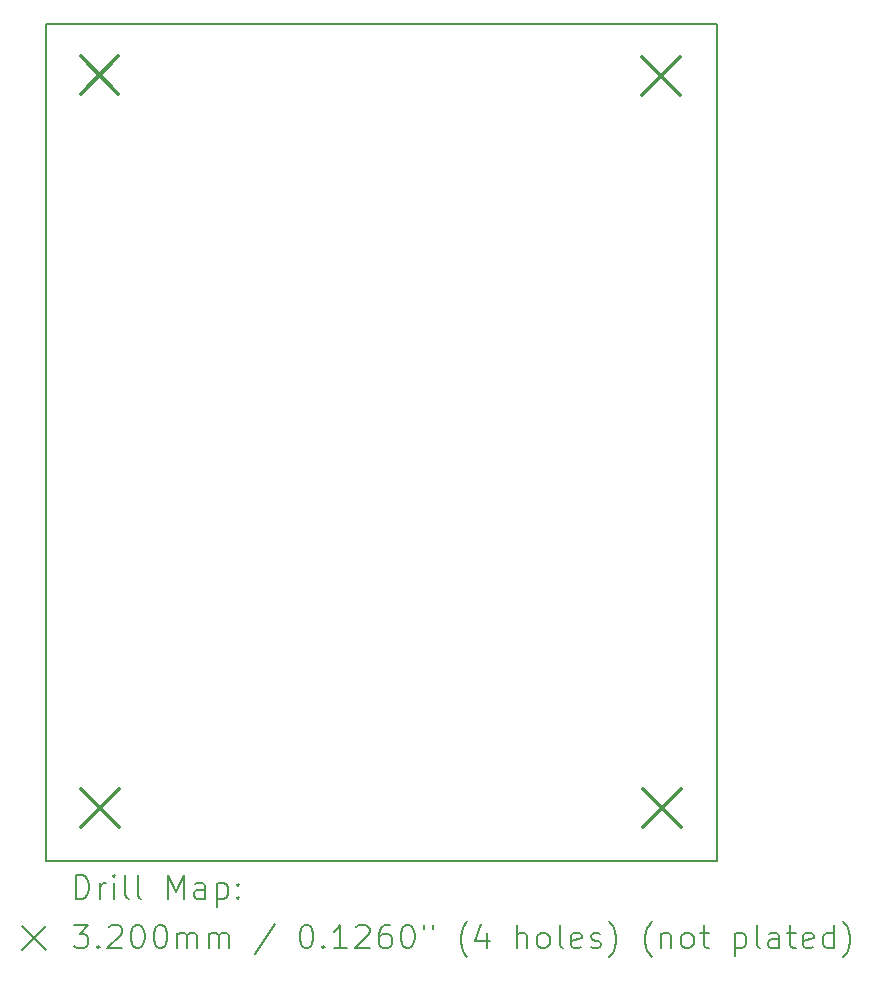
<source format=gbr>
%FSLAX45Y45*%
G04 Gerber Fmt 4.5, Leading zero omitted, Abs format (unit mm)*
G04 Created by KiCad (PCBNEW 6.0.5-a6ca702e91~116~ubuntu20.04.1) date 2022-05-18 21:19:01*
%MOMM*%
%LPD*%
G01*
G04 APERTURE LIST*
%TA.AperFunction,Profile*%
%ADD10C,0.150000*%
%TD*%
%ADD11C,0.200000*%
%ADD12C,0.320000*%
G04 APERTURE END LIST*
D10*
X9320000Y-14041000D02*
X9320000Y-6950000D01*
X15000000Y-14041000D02*
X9320000Y-14041000D01*
X9320000Y-6950000D02*
X15000000Y-6950000D01*
X15000000Y-6950000D02*
X15000000Y-14041000D01*
D11*
D12*
X9609000Y-7227000D02*
X9929000Y-7547000D01*
X9929000Y-7227000D02*
X9609000Y-7547000D01*
X9610000Y-13430000D02*
X9930000Y-13750000D01*
X9930000Y-13430000D02*
X9610000Y-13750000D01*
X14360000Y-7230000D02*
X14680000Y-7550000D01*
X14680000Y-7230000D02*
X14360000Y-7550000D01*
X14370000Y-13433000D02*
X14690000Y-13753000D01*
X14690000Y-13433000D02*
X14370000Y-13753000D01*
D11*
X9570119Y-14358976D02*
X9570119Y-14158976D01*
X9617738Y-14158976D01*
X9646310Y-14168500D01*
X9665357Y-14187548D01*
X9674881Y-14206595D01*
X9684405Y-14244690D01*
X9684405Y-14273262D01*
X9674881Y-14311357D01*
X9665357Y-14330405D01*
X9646310Y-14349452D01*
X9617738Y-14358976D01*
X9570119Y-14358976D01*
X9770119Y-14358976D02*
X9770119Y-14225643D01*
X9770119Y-14263738D02*
X9779643Y-14244690D01*
X9789167Y-14235167D01*
X9808214Y-14225643D01*
X9827262Y-14225643D01*
X9893929Y-14358976D02*
X9893929Y-14225643D01*
X9893929Y-14158976D02*
X9884405Y-14168500D01*
X9893929Y-14178024D01*
X9903452Y-14168500D01*
X9893929Y-14158976D01*
X9893929Y-14178024D01*
X10017738Y-14358976D02*
X9998690Y-14349452D01*
X9989167Y-14330405D01*
X9989167Y-14158976D01*
X10122500Y-14358976D02*
X10103452Y-14349452D01*
X10093929Y-14330405D01*
X10093929Y-14158976D01*
X10351071Y-14358976D02*
X10351071Y-14158976D01*
X10417738Y-14301833D01*
X10484405Y-14158976D01*
X10484405Y-14358976D01*
X10665357Y-14358976D02*
X10665357Y-14254214D01*
X10655833Y-14235167D01*
X10636786Y-14225643D01*
X10598690Y-14225643D01*
X10579643Y-14235167D01*
X10665357Y-14349452D02*
X10646310Y-14358976D01*
X10598690Y-14358976D01*
X10579643Y-14349452D01*
X10570119Y-14330405D01*
X10570119Y-14311357D01*
X10579643Y-14292309D01*
X10598690Y-14282786D01*
X10646310Y-14282786D01*
X10665357Y-14273262D01*
X10760595Y-14225643D02*
X10760595Y-14425643D01*
X10760595Y-14235167D02*
X10779643Y-14225643D01*
X10817738Y-14225643D01*
X10836786Y-14235167D01*
X10846310Y-14244690D01*
X10855833Y-14263738D01*
X10855833Y-14320881D01*
X10846310Y-14339928D01*
X10836786Y-14349452D01*
X10817738Y-14358976D01*
X10779643Y-14358976D01*
X10760595Y-14349452D01*
X10941548Y-14339928D02*
X10951071Y-14349452D01*
X10941548Y-14358976D01*
X10932024Y-14349452D01*
X10941548Y-14339928D01*
X10941548Y-14358976D01*
X10941548Y-14235167D02*
X10951071Y-14244690D01*
X10941548Y-14254214D01*
X10932024Y-14244690D01*
X10941548Y-14235167D01*
X10941548Y-14254214D01*
X9112500Y-14588500D02*
X9312500Y-14788500D01*
X9312500Y-14588500D02*
X9112500Y-14788500D01*
X9551071Y-14578976D02*
X9674881Y-14578976D01*
X9608214Y-14655167D01*
X9636786Y-14655167D01*
X9655833Y-14664690D01*
X9665357Y-14674214D01*
X9674881Y-14693262D01*
X9674881Y-14740881D01*
X9665357Y-14759928D01*
X9655833Y-14769452D01*
X9636786Y-14778976D01*
X9579643Y-14778976D01*
X9560595Y-14769452D01*
X9551071Y-14759928D01*
X9760595Y-14759928D02*
X9770119Y-14769452D01*
X9760595Y-14778976D01*
X9751071Y-14769452D01*
X9760595Y-14759928D01*
X9760595Y-14778976D01*
X9846310Y-14598024D02*
X9855833Y-14588500D01*
X9874881Y-14578976D01*
X9922500Y-14578976D01*
X9941548Y-14588500D01*
X9951071Y-14598024D01*
X9960595Y-14617071D01*
X9960595Y-14636119D01*
X9951071Y-14664690D01*
X9836786Y-14778976D01*
X9960595Y-14778976D01*
X10084405Y-14578976D02*
X10103452Y-14578976D01*
X10122500Y-14588500D01*
X10132024Y-14598024D01*
X10141548Y-14617071D01*
X10151071Y-14655167D01*
X10151071Y-14702786D01*
X10141548Y-14740881D01*
X10132024Y-14759928D01*
X10122500Y-14769452D01*
X10103452Y-14778976D01*
X10084405Y-14778976D01*
X10065357Y-14769452D01*
X10055833Y-14759928D01*
X10046310Y-14740881D01*
X10036786Y-14702786D01*
X10036786Y-14655167D01*
X10046310Y-14617071D01*
X10055833Y-14598024D01*
X10065357Y-14588500D01*
X10084405Y-14578976D01*
X10274881Y-14578976D02*
X10293929Y-14578976D01*
X10312976Y-14588500D01*
X10322500Y-14598024D01*
X10332024Y-14617071D01*
X10341548Y-14655167D01*
X10341548Y-14702786D01*
X10332024Y-14740881D01*
X10322500Y-14759928D01*
X10312976Y-14769452D01*
X10293929Y-14778976D01*
X10274881Y-14778976D01*
X10255833Y-14769452D01*
X10246310Y-14759928D01*
X10236786Y-14740881D01*
X10227262Y-14702786D01*
X10227262Y-14655167D01*
X10236786Y-14617071D01*
X10246310Y-14598024D01*
X10255833Y-14588500D01*
X10274881Y-14578976D01*
X10427262Y-14778976D02*
X10427262Y-14645643D01*
X10427262Y-14664690D02*
X10436786Y-14655167D01*
X10455833Y-14645643D01*
X10484405Y-14645643D01*
X10503452Y-14655167D01*
X10512976Y-14674214D01*
X10512976Y-14778976D01*
X10512976Y-14674214D02*
X10522500Y-14655167D01*
X10541548Y-14645643D01*
X10570119Y-14645643D01*
X10589167Y-14655167D01*
X10598690Y-14674214D01*
X10598690Y-14778976D01*
X10693929Y-14778976D02*
X10693929Y-14645643D01*
X10693929Y-14664690D02*
X10703452Y-14655167D01*
X10722500Y-14645643D01*
X10751071Y-14645643D01*
X10770119Y-14655167D01*
X10779643Y-14674214D01*
X10779643Y-14778976D01*
X10779643Y-14674214D02*
X10789167Y-14655167D01*
X10808214Y-14645643D01*
X10836786Y-14645643D01*
X10855833Y-14655167D01*
X10865357Y-14674214D01*
X10865357Y-14778976D01*
X11255833Y-14569452D02*
X11084405Y-14826595D01*
X11512976Y-14578976D02*
X11532024Y-14578976D01*
X11551071Y-14588500D01*
X11560595Y-14598024D01*
X11570119Y-14617071D01*
X11579643Y-14655167D01*
X11579643Y-14702786D01*
X11570119Y-14740881D01*
X11560595Y-14759928D01*
X11551071Y-14769452D01*
X11532024Y-14778976D01*
X11512976Y-14778976D01*
X11493928Y-14769452D01*
X11484405Y-14759928D01*
X11474881Y-14740881D01*
X11465357Y-14702786D01*
X11465357Y-14655167D01*
X11474881Y-14617071D01*
X11484405Y-14598024D01*
X11493928Y-14588500D01*
X11512976Y-14578976D01*
X11665357Y-14759928D02*
X11674881Y-14769452D01*
X11665357Y-14778976D01*
X11655833Y-14769452D01*
X11665357Y-14759928D01*
X11665357Y-14778976D01*
X11865357Y-14778976D02*
X11751071Y-14778976D01*
X11808214Y-14778976D02*
X11808214Y-14578976D01*
X11789167Y-14607548D01*
X11770119Y-14626595D01*
X11751071Y-14636119D01*
X11941548Y-14598024D02*
X11951071Y-14588500D01*
X11970119Y-14578976D01*
X12017738Y-14578976D01*
X12036786Y-14588500D01*
X12046309Y-14598024D01*
X12055833Y-14617071D01*
X12055833Y-14636119D01*
X12046309Y-14664690D01*
X11932024Y-14778976D01*
X12055833Y-14778976D01*
X12227262Y-14578976D02*
X12189167Y-14578976D01*
X12170119Y-14588500D01*
X12160595Y-14598024D01*
X12141548Y-14626595D01*
X12132024Y-14664690D01*
X12132024Y-14740881D01*
X12141548Y-14759928D01*
X12151071Y-14769452D01*
X12170119Y-14778976D01*
X12208214Y-14778976D01*
X12227262Y-14769452D01*
X12236786Y-14759928D01*
X12246309Y-14740881D01*
X12246309Y-14693262D01*
X12236786Y-14674214D01*
X12227262Y-14664690D01*
X12208214Y-14655167D01*
X12170119Y-14655167D01*
X12151071Y-14664690D01*
X12141548Y-14674214D01*
X12132024Y-14693262D01*
X12370119Y-14578976D02*
X12389167Y-14578976D01*
X12408214Y-14588500D01*
X12417738Y-14598024D01*
X12427262Y-14617071D01*
X12436786Y-14655167D01*
X12436786Y-14702786D01*
X12427262Y-14740881D01*
X12417738Y-14759928D01*
X12408214Y-14769452D01*
X12389167Y-14778976D01*
X12370119Y-14778976D01*
X12351071Y-14769452D01*
X12341548Y-14759928D01*
X12332024Y-14740881D01*
X12322500Y-14702786D01*
X12322500Y-14655167D01*
X12332024Y-14617071D01*
X12341548Y-14598024D01*
X12351071Y-14588500D01*
X12370119Y-14578976D01*
X12512976Y-14578976D02*
X12512976Y-14617071D01*
X12589167Y-14578976D02*
X12589167Y-14617071D01*
X12884405Y-14855167D02*
X12874881Y-14845643D01*
X12855833Y-14817071D01*
X12846309Y-14798024D01*
X12836786Y-14769452D01*
X12827262Y-14721833D01*
X12827262Y-14683738D01*
X12836786Y-14636119D01*
X12846309Y-14607548D01*
X12855833Y-14588500D01*
X12874881Y-14559928D01*
X12884405Y-14550405D01*
X13046309Y-14645643D02*
X13046309Y-14778976D01*
X12998690Y-14569452D02*
X12951071Y-14712309D01*
X13074881Y-14712309D01*
X13303452Y-14778976D02*
X13303452Y-14578976D01*
X13389167Y-14778976D02*
X13389167Y-14674214D01*
X13379643Y-14655167D01*
X13360595Y-14645643D01*
X13332024Y-14645643D01*
X13312976Y-14655167D01*
X13303452Y-14664690D01*
X13512976Y-14778976D02*
X13493928Y-14769452D01*
X13484405Y-14759928D01*
X13474881Y-14740881D01*
X13474881Y-14683738D01*
X13484405Y-14664690D01*
X13493928Y-14655167D01*
X13512976Y-14645643D01*
X13541548Y-14645643D01*
X13560595Y-14655167D01*
X13570119Y-14664690D01*
X13579643Y-14683738D01*
X13579643Y-14740881D01*
X13570119Y-14759928D01*
X13560595Y-14769452D01*
X13541548Y-14778976D01*
X13512976Y-14778976D01*
X13693928Y-14778976D02*
X13674881Y-14769452D01*
X13665357Y-14750405D01*
X13665357Y-14578976D01*
X13846309Y-14769452D02*
X13827262Y-14778976D01*
X13789167Y-14778976D01*
X13770119Y-14769452D01*
X13760595Y-14750405D01*
X13760595Y-14674214D01*
X13770119Y-14655167D01*
X13789167Y-14645643D01*
X13827262Y-14645643D01*
X13846309Y-14655167D01*
X13855833Y-14674214D01*
X13855833Y-14693262D01*
X13760595Y-14712309D01*
X13932024Y-14769452D02*
X13951071Y-14778976D01*
X13989167Y-14778976D01*
X14008214Y-14769452D01*
X14017738Y-14750405D01*
X14017738Y-14740881D01*
X14008214Y-14721833D01*
X13989167Y-14712309D01*
X13960595Y-14712309D01*
X13941548Y-14702786D01*
X13932024Y-14683738D01*
X13932024Y-14674214D01*
X13941548Y-14655167D01*
X13960595Y-14645643D01*
X13989167Y-14645643D01*
X14008214Y-14655167D01*
X14084405Y-14855167D02*
X14093928Y-14845643D01*
X14112976Y-14817071D01*
X14122500Y-14798024D01*
X14132024Y-14769452D01*
X14141548Y-14721833D01*
X14141548Y-14683738D01*
X14132024Y-14636119D01*
X14122500Y-14607548D01*
X14112976Y-14588500D01*
X14093928Y-14559928D01*
X14084405Y-14550405D01*
X14446309Y-14855167D02*
X14436786Y-14845643D01*
X14417738Y-14817071D01*
X14408214Y-14798024D01*
X14398690Y-14769452D01*
X14389167Y-14721833D01*
X14389167Y-14683738D01*
X14398690Y-14636119D01*
X14408214Y-14607548D01*
X14417738Y-14588500D01*
X14436786Y-14559928D01*
X14446309Y-14550405D01*
X14522500Y-14645643D02*
X14522500Y-14778976D01*
X14522500Y-14664690D02*
X14532024Y-14655167D01*
X14551071Y-14645643D01*
X14579643Y-14645643D01*
X14598690Y-14655167D01*
X14608214Y-14674214D01*
X14608214Y-14778976D01*
X14732024Y-14778976D02*
X14712976Y-14769452D01*
X14703452Y-14759928D01*
X14693928Y-14740881D01*
X14693928Y-14683738D01*
X14703452Y-14664690D01*
X14712976Y-14655167D01*
X14732024Y-14645643D01*
X14760595Y-14645643D01*
X14779643Y-14655167D01*
X14789167Y-14664690D01*
X14798690Y-14683738D01*
X14798690Y-14740881D01*
X14789167Y-14759928D01*
X14779643Y-14769452D01*
X14760595Y-14778976D01*
X14732024Y-14778976D01*
X14855833Y-14645643D02*
X14932024Y-14645643D01*
X14884405Y-14578976D02*
X14884405Y-14750405D01*
X14893928Y-14769452D01*
X14912976Y-14778976D01*
X14932024Y-14778976D01*
X15151071Y-14645643D02*
X15151071Y-14845643D01*
X15151071Y-14655167D02*
X15170119Y-14645643D01*
X15208214Y-14645643D01*
X15227262Y-14655167D01*
X15236786Y-14664690D01*
X15246309Y-14683738D01*
X15246309Y-14740881D01*
X15236786Y-14759928D01*
X15227262Y-14769452D01*
X15208214Y-14778976D01*
X15170119Y-14778976D01*
X15151071Y-14769452D01*
X15360595Y-14778976D02*
X15341548Y-14769452D01*
X15332024Y-14750405D01*
X15332024Y-14578976D01*
X15522500Y-14778976D02*
X15522500Y-14674214D01*
X15512976Y-14655167D01*
X15493928Y-14645643D01*
X15455833Y-14645643D01*
X15436786Y-14655167D01*
X15522500Y-14769452D02*
X15503452Y-14778976D01*
X15455833Y-14778976D01*
X15436786Y-14769452D01*
X15427262Y-14750405D01*
X15427262Y-14731357D01*
X15436786Y-14712309D01*
X15455833Y-14702786D01*
X15503452Y-14702786D01*
X15522500Y-14693262D01*
X15589167Y-14645643D02*
X15665357Y-14645643D01*
X15617738Y-14578976D02*
X15617738Y-14750405D01*
X15627262Y-14769452D01*
X15646309Y-14778976D01*
X15665357Y-14778976D01*
X15808214Y-14769452D02*
X15789167Y-14778976D01*
X15751071Y-14778976D01*
X15732024Y-14769452D01*
X15722500Y-14750405D01*
X15722500Y-14674214D01*
X15732024Y-14655167D01*
X15751071Y-14645643D01*
X15789167Y-14645643D01*
X15808214Y-14655167D01*
X15817738Y-14674214D01*
X15817738Y-14693262D01*
X15722500Y-14712309D01*
X15989167Y-14778976D02*
X15989167Y-14578976D01*
X15989167Y-14769452D02*
X15970119Y-14778976D01*
X15932024Y-14778976D01*
X15912976Y-14769452D01*
X15903452Y-14759928D01*
X15893928Y-14740881D01*
X15893928Y-14683738D01*
X15903452Y-14664690D01*
X15912976Y-14655167D01*
X15932024Y-14645643D01*
X15970119Y-14645643D01*
X15989167Y-14655167D01*
X16065357Y-14855167D02*
X16074881Y-14845643D01*
X16093928Y-14817071D01*
X16103452Y-14798024D01*
X16112976Y-14769452D01*
X16122500Y-14721833D01*
X16122500Y-14683738D01*
X16112976Y-14636119D01*
X16103452Y-14607548D01*
X16093928Y-14588500D01*
X16074881Y-14559928D01*
X16065357Y-14550405D01*
M02*

</source>
